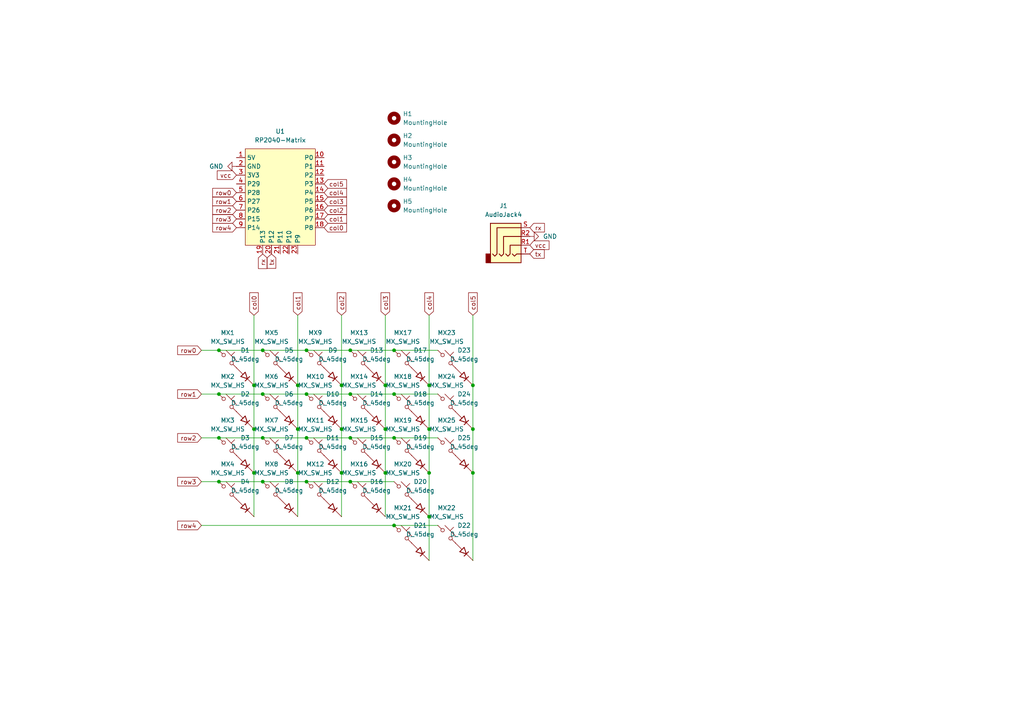
<source format=kicad_sch>
(kicad_sch (version 20231120) (generator "eeschema") (generator_version "8.0")
  (paper "A4")
  (lib_symbols
    (symbol "Connector_Audio:AudioJack4"
      (property "Reference" "J" (at 0 8.89 0))
      (property "Value" "AudioJack4" (at 0 6.35 0))
      (symbol "AudioJack4_0_1"
        (rectangle (start -6.35 -5.08) (end -7.62 -7.62) (stroke (width 0.254)) (fill (type outline)))
        (polyline (pts (xy 0 -5.08) (xy 0.635 -5.715) (xy 1.27 -5.08) (xy 2.54 -5.08)) (stroke (width 0.254)))
        (polyline (pts (xy -5.715 -5.08) (xy -5.08 -5.715) (xy -4.445 -5.08) (xy -4.445 2.54) (xy 2.54 2.54)) (stroke (width 0.254)))
        (polyline (pts (xy -1.905 -5.08) (xy -1.27 -5.715) (xy -0.635 -5.08) (xy -0.635 -2.54) (xy 2.54 -2.54)) (stroke (width 0.254)))
        (polyline (pts (xy 2.54 0) (xy -2.54 0) (xy -2.54 -5.08) (xy -3.175 -5.715) (xy -3.81 -5.08)) (stroke (width 0.254)))
        (rectangle (start 2.54 3.81) (end -6.35 -7.62) (stroke (width 0.254)) (fill (type background)))
      )
      (symbol "AudioJack4_1_1"
        (pin passive line (at 5.08 -2.54 180) (length 2.54) (name "~") (number "R1"))
        (pin passive line (at 5.08 0 180) (length 2.54) (name "~") (number "R2"))
        (pin passive line (at 5.08 2.54 180) (length 2.54) (name "~") (number "S"))
        (pin passive line (at 5.08 -5.08 180) (length 2.54) (name "~") (number "T"))
      )
    )
    (symbol "Device:D_45deg" (pin_numbers hide) (pin_names (offset 0) hide)
      (property "Reference" "D" (at 1.27 2.54 0))
      (property "Value" "D_45deg" (at 1.27 0 0))
      (symbol "D_45deg_0_1"
        (polyline (pts (xy -0.635 0.635) (xy -2.54 2.54)))
        (polyline (pts (xy 0 -1.27) (xy 1.27 0)) (stroke (width 0.254)))
        (polyline (pts (xy 2.54 -2.54) (xy 0.635 -0.635)))
        (polyline (pts (xy -1.27 0) (xy 0 1.27) (xy 0.635 -0.635) (xy -1.27 0)) (stroke (width 0.254)))
      )
      (symbol "D_45deg_1_1"
        (pin passive line (at 2.54 -2.54 180) (length 0) (name "K") (number "1"))
        (pin passive line (at -2.54 2.54 0) (length 0) (name "A") (number "2"))
      )
    )
    (symbol "Mechanical:MountingHole" (pin_names (offset 1.016)) (exclude_from_sim yes) (in_bom no)
      (property "Reference" "H" (at 0 5.08 0))
      (property "Value" "MountingHole" (at 0 3.175 0))
      (symbol "MountingHole_0_1"
        (circle (center 0 0) (radius 1.27) (stroke (width 1.27)))
      )
    )
    (symbol "PCM_marbastlib-mx:MX_SW_HS_CPG151101S11" (pin_numbers hide) (pin_names (offset 1.016) hide)
      (property "Reference" "MX" (at 3.048 1.016 0))
      (property "Value" "MX_SW_HS" (at 0 -3.81 0))
      (symbol "MX_SW_HS_CPG151101S11_0_1"
        (circle (center -1.1684 1.1684) (radius 0.508))
        (polyline (pts (xy -0.508 2.54) (xy 2.54 -0.508)))
        (polyline (pts (xy 1.016 1.016) (xy 2.032 2.032)))
        (polyline (pts (xy -2.54 2.54) (xy -1.524 1.524) (xy -1.524 1.524)))
        (polyline (pts (xy 1.524 -1.524) (xy 2.54 -2.54) (xy 2.54 -2.54) (xy 2.54 -2.54)))
        (circle (center 1.143 -1.1938) (radius 0.508))
        (pin passive line (at -2.54 2.54 0) (length 0) (name "1") (number "1"))
        (pin passive line (at 2.54 -2.54 180) (length 0) (name "2") (number "2"))
      )
    )
    (symbol "PCM_marbastlib-promicroish:RP2040-Matrix" (in_bom no)
      (property "Reference" "U" (at 0 20.574 0))
      (property "Value" "RP2040-Matrix" (at 0 18.034 0))
      (symbol "RP2040-Matrix_0_0"
        (pin bidirectional line (at 12.7 13.97 180) (length 2.54) (name "P0") (number "10"))
        (pin bidirectional line (at 12.7 11.43 180) (length 2.54) (name "P1") (number "11"))
        (pin bidirectional line (at 12.7 8.89 180) (length 2.54) (name "P2") (number "12"))
        (pin power_out line (at 12.7 3.81 180) (length 2.54) (name "P4") (number "14"))
        (pin bidirectional line (at 12.7 1.27 180) (length 2.54) (name "P5") (number "15"))
        (pin bidirectional line (at 12.7 -3.81 180) (length 2.54) (name "P7") (number "17"))
        (pin bidirectional line (at 12.7 -6.35 180) (length 2.54) (name "P8") (number "18"))
        (pin bidirectional line (at -5.08 -13.97 90) (length 2.54) (name "P13") (number "19"))
        (pin bidirectional line (at -2.54 -13.97 90) (length 2.54) (name "P12") (number "20"))
        (pin bidirectional line (at 0 -13.97 90) (length 2.54) (name "P11") (number "21"))
        (pin bidirectional line (at 2.54 -13.97 90) (length 2.54) (name "P10") (number "22"))
        (pin bidirectional line (at 5.08 -13.97 90) (length 2.54) (name "P9") (number "23"))
        (pin bidirectional line (at -12.7 3.81 0) (length 2.54) (name "P28") (number "5"))
        (pin bidirectional line (at -12.7 1.27 0) (length 2.54) (name "P27") (number "6"))
        (pin bidirectional line (at -12.7 -1.27 0) (length 2.54) (name "P26") (number "7"))
        (pin bidirectional line (at -12.7 -3.81 0) (length 2.54) (name "P15") (number "8"))
      )
      (symbol "RP2040-Matrix_1_0"
        (pin power_out line (at -12.7 13.97 0) (length 2.54) (name "5V") (number "1"))
        (pin bidirectional line (at 12.7 6.35 180) (length 2.54) (name "P3") (number "13"))
        (pin power_out line (at 12.7 -1.27 180) (length 2.54) (name "P6") (number "16"))
        (pin power_out line (at -12.7 11.43 0) (length 2.54) (name "GND") (number "2"))
        (pin power_out line (at -12.7 8.89 0) (length 2.54) (name "3V3") (number "3"))
        (pin bidirectional line (at -12.7 6.35 0) (length 2.54) (name "P29") (number "4"))
        (pin bidirectional line (at -12.7 -6.35 0) (length 2.54) (name "P14") (number "9"))
      )
      (symbol "RP2040-Matrix_1_1"
        (rectangle (start -10.16 16.51) (end 10.16 -11.43) (fill (type background)))
      )
    )
    (symbol "power:GND" (power) (pin_numbers hide) (pin_names (offset 0) hide)
      (property "Value" "GND" (at 0 -3.81 0))
      (symbol "GND_0_1"
        (polyline (pts (xy 0 0) (xy 0 -1.27) (xy 1.27 -1.27) (xy 0 -2.54) (xy -1.27 -1.27) (xy 0 -1.27)))
      )
      (symbol "GND_1_1"
        (pin power_in line (at 0 0 270) (length 0) (name "~") (number "1"))
      )
    )
  )
  (junction (at 76.2 114.3))
  (junction (at 137.16 124.46))
  (junction (at 86.36 111.76))
  (junction (at 99.06 137.16))
  (junction (at 114.3 152.4))
  (junction (at 101.6 139.7))
  (junction (at 73.66 111.76))
  (junction (at 124.46 149.86))
  (junction (at 86.36 137.16))
  (junction (at 101.6 114.3))
  (junction (at 114.3 127))
  (junction (at 114.3 101.6))
  (junction (at 124.46 111.76))
  (junction (at 63.5 127))
  (junction (at 73.66 124.46))
  (junction (at 124.46 137.16))
  (junction (at 99.06 111.76))
  (junction (at 114.3 114.3))
  (junction (at 101.6 127))
  (junction (at 86.36 124.46))
  (junction (at 101.6 101.6))
  (junction (at 137.16 111.76))
  (junction (at 76.2 101.6))
  (junction (at 99.06 124.46))
  (junction (at 63.5 114.3))
  (junction (at 88.9 139.7))
  (junction (at 76.2 127))
  (junction (at 137.16 137.16))
  (junction (at 111.76 111.76))
  (junction (at 111.76 124.46))
  (junction (at 111.76 137.16))
  (junction (at 88.9 101.6))
  (junction (at 63.5 101.6))
  (junction (at 88.9 114.3))
  (junction (at 88.9 127))
  (junction (at 73.66 137.16))
  (junction (at 63.5 139.7))
  (junction (at 76.2 139.7))
  (junction (at 124.46 124.46))
  (wire (pts (xy 88.9 127) (xy 101.6 127)))
  (wire (pts (xy 99.06 124.46) (xy 99.06 137.16)))
  (wire (pts (xy 114.3 101.6) (xy 127 101.6)))
  (wire (pts (xy 63.5 101.6) (xy 76.2 101.6)))
  (wire (pts (xy 63.5 139.7) (xy 76.2 139.7)))
  (wire (pts (xy 124.46 137.16) (xy 124.46 149.86)))
  (wire (pts (xy 58.42 127) (xy 63.5 127)))
  (wire (pts (xy 137.16 137.16) (xy 137.16 162.56)))
  (wire (pts (xy 73.66 124.46) (xy 73.66 137.16)))
  (wire (pts (xy 86.36 91.44) (xy 86.36 111.76)))
  (wire (pts (xy 99.06 137.16) (xy 99.06 149.86)))
  (wire (pts (xy 63.5 127) (xy 76.2 127)))
  (wire (pts (xy 88.9 101.6) (xy 101.6 101.6)))
  (wire (pts (xy 114.3 152.4) (xy 127 152.4)))
  (wire (pts (xy 101.6 127) (xy 114.3 127)))
  (wire (pts (xy 137.16 111.76) (xy 137.16 124.46)))
  (wire (pts (xy 114.3 127) (xy 127 127)))
  (wire (pts (xy 99.06 91.44) (xy 99.06 111.76)))
  (wire (pts (xy 76.2 127) (xy 88.9 127)))
  (wire (pts (xy 101.6 101.6) (xy 114.3 101.6)))
  (wire (pts (xy 88.9 114.3) (xy 101.6 114.3)))
  (wire (pts (xy 137.16 124.46) (xy 137.16 137.16)))
  (wire (pts (xy 86.36 137.16) (xy 86.36 149.86)))
  (wire (pts (xy 73.66 91.44) (xy 73.66 111.76)))
  (wire (pts (xy 58.42 139.7) (xy 63.5 139.7)))
  (wire (pts (xy 88.9 139.7) (xy 101.6 139.7)))
  (wire (pts (xy 86.36 124.46) (xy 86.36 137.16)))
  (wire (pts (xy 111.76 124.46) (xy 111.76 137.16)))
  (wire (pts (xy 111.76 111.76) (xy 111.76 124.46)))
  (wire (pts (xy 76.2 139.7) (xy 88.9 139.7)))
  (wire (pts (xy 58.42 152.4) (xy 114.3 152.4)))
  (wire (pts (xy 73.66 111.76) (xy 73.66 124.46)))
  (wire (pts (xy 86.36 111.76) (xy 86.36 124.46)))
  (wire (pts (xy 111.76 137.16) (xy 111.76 149.86)))
  (wire (pts (xy 114.3 114.3) (xy 127 114.3)))
  (wire (pts (xy 124.46 91.44) (xy 124.46 111.76)))
  (wire (pts (xy 99.06 111.76) (xy 99.06 124.46)))
  (wire (pts (xy 101.6 139.7) (xy 114.3 139.7)))
  (wire (pts (xy 124.46 111.76) (xy 124.46 124.46)))
  (wire (pts (xy 76.2 114.3) (xy 88.9 114.3)))
  (wire (pts (xy 124.46 124.46) (xy 124.46 137.16)))
  (wire (pts (xy 101.6 114.3) (xy 114.3 114.3)))
  (wire (pts (xy 63.5 114.3) (xy 76.2 114.3)))
  (wire (pts (xy 76.2 101.6) (xy 88.9 101.6)))
  (wire (pts (xy 111.76 91.44) (xy 111.76 111.76)))
  (wire (pts (xy 73.66 137.16) (xy 73.66 149.86)))
  (wire (pts (xy 137.16 91.44) (xy 137.16 111.76)))
  (wire (pts (xy 58.42 101.6) (xy 63.5 101.6)))
  (wire (pts (xy 124.46 149.86) (xy 124.46 162.56)))
  (wire (pts (xy 58.42 114.3) (xy 63.5 114.3)))
  (global_label "col3" (shape input) (at 111.76 91.44 90) (property "Intersheetrefs" "${INTERSHEET_REFS}" (effects (hide yes))))
  (global_label "row3" (shape input) (at 68.58 63.5 180) (property "Intersheetrefs" "${INTERSHEET_REFS}" (effects (hide yes))))
  (global_label "col5" (shape input) (at 93.98 53.34 0) (property "Intersheetrefs" "${INTERSHEET_REFS}" (effects (hide yes))))
  (global_label "vcc" (shape input) (at 68.58 50.8 180) (property "Intersheetrefs" "${INTERSHEET_REFS}" (effects (hide yes))))
  (global_label "row1" (shape input) (at 58.42 114.3 180) (property "Intersheetrefs" "${INTERSHEET_REFS}" (effects (hide yes))))
  (global_label "col3" (shape input) (at 93.98 58.42 0) (property "Intersheetrefs" "${INTERSHEET_REFS}" (effects (hide yes))))
  (global_label "row1" (shape input) (at 68.58 58.42 180) (property "Intersheetrefs" "${INTERSHEET_REFS}" (effects (hide yes))))
  (global_label "col1" (shape input) (at 86.36 91.44 90) (property "Intersheetrefs" "${INTERSHEET_REFS}" (effects (hide yes))))
  (global_label "row0" (shape input) (at 58.42 101.6 180) (property "Intersheetrefs" "${INTERSHEET_REFS}" (effects (hide yes))))
  (global_label "col2" (shape input) (at 99.06 91.44 90) (property "Intersheetrefs" "${INTERSHEET_REFS}" (effects (hide yes))))
  (global_label "col4" (shape input) (at 93.98 55.88 0) (property "Intersheetrefs" "${INTERSHEET_REFS}" (effects (hide yes))))
  (global_label "row4" (shape input) (at 58.42 152.4 180) (property "Intersheetrefs" "${INTERSHEET_REFS}" (effects (hide yes))))
  (global_label "tx" (shape input) (at 78.74 73.66 270) (property "Intersheetrefs" "${INTERSHEET_REFS}" (effects (hide yes))))
  (global_label "col5" (shape input) (at 137.16 91.44 90) (property "Intersheetrefs" "${INTERSHEET_REFS}" (effects (hide yes))))
  (global_label "row3" (shape input) (at 58.42 139.7 180) (property "Intersheetrefs" "${INTERSHEET_REFS}" (effects (hide yes))))
  (global_label "rx" (shape input) (at 76.2 73.66 270) (property "Intersheetrefs" "${INTERSHEET_REFS}" (effects (hide yes))))
  (global_label "row2" (shape input) (at 58.42 127 180) (property "Intersheetrefs" "${INTERSHEET_REFS}" (effects (hide yes))))
  (global_label "row2" (shape input) (at 68.58 60.96 180) (property "Intersheetrefs" "${INTERSHEET_REFS}" (effects (hide yes))))
  (global_label "col1" (shape input) (at 93.98 63.5 0) (property "Intersheetrefs" "${INTERSHEET_REFS}" (effects (hide yes))))
  (global_label "col0" (shape input) (at 73.66 91.44 90) (property "Intersheetrefs" "${INTERSHEET_REFS}" (effects (hide yes))))
  (global_label "col0" (shape input) (at 93.98 66.04 0) (property "Intersheetrefs" "${INTERSHEET_REFS}" (effects (hide yes))))
  (global_label "vcc" (shape input) (at 153.67 71.12 0) (property "Intersheetrefs" "${INTERSHEET_REFS}" (effects (hide yes))))
  (global_label "rx" (shape input) (at 153.67 66.04 0) (property "Intersheetrefs" "${INTERSHEET_REFS}" (effects (hide yes))))
  (global_label "row0" (shape input) (at 68.58 55.88 180) (property "Intersheetrefs" "${INTERSHEET_REFS}" (effects (hide yes))))
  (global_label "tx" (shape input) (at 153.67 73.66 0) (property "Intersheetrefs" "${INTERSHEET_REFS}" (effects (hide yes))))
  (global_label "col2" (shape input) (at 93.98 60.96 0) (property "Intersheetrefs" "${INTERSHEET_REFS}" (effects (hide yes))))
  (global_label "col4" (shape input) (at 124.46 91.44 90) (property "Intersheetrefs" "${INTERSHEET_REFS}" (effects (hide yes))))
  (global_label "row4" (shape input) (at 68.58 66.04 180) (property "Intersheetrefs" "${INTERSHEET_REFS}" (effects (hide yes))))
  (symbol (lib_id "PCM_marbastlib-mx:MX_SW_HS_CPG151101S11") (at 66.04 116.84 0) (unit 1)
    (property "Reference" "MX2" (at 66.04 109.22 0))
    (property "Value" "MX_SW_HS" (at 66.04 111.76 0))
    (property "Footprint" "PCM_marbastlib-xp-mx:SW_MX_Reversible_1u" (effects (hide yes)))
    (property "Description" "Push button switch, normally open, two pins, 45° tilted, Kailh CPG151101S11 for Cherry MX style switches" (effects (hide yes)))
  )
  (symbol (lib_id "PCM_marbastlib-mx:MX_SW_HS_CPG151101S11") (at 78.74 129.54 0) (unit 1)
    (property "Reference" "MX7" (at 78.74 121.92 0))
    (property "Value" "MX_SW_HS" (at 78.74 124.46 0))
    (property "Footprint" "PCM_marbastlib-xp-mx:SW_MX_Reversible_1u" (effects (hide yes)))
    (property "Description" "Push button switch, normally open, two pins, 45° tilted, Kailh CPG151101S11 for Cherry MX style switches" (effects (hide yes)))
  )
  (symbol (lib_id "Device:D_45deg") (at 109.22 147.32 0) (unit 1)
    (property "Reference" "D16" (at 109.22 139.7 0))
    (property "Value" "D_45deg" (at 109.22 142.24 0))
    (property "Footprint" "kbd:D3_TH_SMD" (effects (hide yes)))
    (property "Description" "Diode, rotated by 45°" (effects (hide yes)))
    (property "Sim.Device" "D" (effects (hide yes)))
    (property "Sim.Pins" "1=K 2=A" (effects (hide yes)))
  )
  (symbol (lib_id "PCM_marbastlib-mx:MX_SW_HS_CPG151101S11") (at 116.84 116.84 0) (unit 1)
    (property "Reference" "MX18" (at 116.84 109.22 0))
    (property "Value" "MX_SW_HS" (at 116.84 111.76 0))
    (property "Footprint" "PCM_marbastlib-xp-mx:SW_MX_Reversible_1u" (effects (hide yes)))
    (property "Description" "Push button switch, normally open, two pins, 45° tilted, Kailh CPG151101S11 for Cherry MX style switches" (effects (hide yes)))
  )
  (symbol (lib_id "Device:D_45deg") (at 71.12 134.62 0) (unit 1)
    (property "Reference" "D3" (at 71.12 127 0))
    (property "Value" "D_45deg" (at 71.12 129.54 0))
    (property "Footprint" "kbd:D3_TH_SMD" (effects (hide yes)))
    (property "Description" "Diode, rotated by 45°" (effects (hide yes)))
    (property "Sim.Device" "D" (effects (hide yes)))
    (property "Sim.Pins" "1=K 2=A" (effects (hide yes)))
  )
  (symbol (lib_id "PCM_marbastlib-mx:MX_SW_HS_CPG151101S11") (at 104.14 104.14 0) (unit 1)
    (property "Reference" "MX13" (at 104.14 96.52 0))
    (property "Value" "MX_SW_HS" (at 104.14 99.06 0))
    (property "Footprint" "PCM_marbastlib-xp-mx:SW_MX_Reversible_1u" (effects (hide yes)))
    (property "Description" "Push button switch, normally open, two pins, 45° tilted, Kailh CPG151101S11 for Cherry MX style switches" (effects (hide yes)))
  )
  (symbol (lib_id "power:GND") (at 68.58 48.26 270) (unit 1)
    (property "Reference" "#PWR01" (effects (hide yes)))
    (property "Value" "GND" (at 64.77 48.2599 90) (effects (justify right)))
    (property "Description" "Power symbol creates a global label with name \"GND\" , ground" (effects (hide yes)))
  )
  (symbol (lib_id "PCM_marbastlib-mx:MX_SW_HS_CPG151101S11") (at 104.14 129.54 0) (unit 1)
    (property "Reference" "MX15" (at 104.14 121.92 0))
    (property "Value" "MX_SW_HS" (at 104.14 124.46 0))
    (property "Footprint" "PCM_marbastlib-xp-mx:SW_MX_Reversible_1u" (effects (hide yes)))
    (property "Description" "Push button switch, normally open, two pins, 45° tilted, Kailh CPG151101S11 for Cherry MX style switches" (effects (hide yes)))
  )
  (symbol (lib_id "Device:D_45deg") (at 96.52 121.92 0) (unit 1)
    (property "Reference" "D10" (at 96.52 114.3 0))
    (property "Value" "D_45deg" (at 96.52 116.84 0))
    (property "Footprint" "kbd:D3_TH_SMD" (effects (hide yes)))
    (property "Description" "Diode, rotated by 45°" (effects (hide yes)))
    (property "Sim.Device" "D" (effects (hide yes)))
    (property "Sim.Pins" "1=K 2=A" (effects (hide yes)))
  )
  (symbol (lib_id "PCM_marbastlib-mx:MX_SW_HS_CPG151101S11") (at 78.74 142.24 0) (unit 1)
    (property "Reference" "MX8" (at 78.74 134.62 0))
    (property "Value" "MX_SW_HS" (at 78.74 137.16 0))
    (property "Footprint" "PCM_marbastlib-xp-mx:SW_MX_Reversible_1u" (effects (hide yes)))
    (property "Description" "Push button switch, normally open, two pins, 45° tilted, Kailh CPG151101S11 for Cherry MX style switches" (effects (hide yes)))
  )
  (symbol (lib_id "PCM_marbastlib-mx:MX_SW_HS_CPG151101S11") (at 104.14 142.24 0) (unit 1)
    (property "Reference" "MX16" (at 104.14 134.62 0))
    (property "Value" "MX_SW_HS" (at 104.14 137.16 0))
    (property "Footprint" "PCM_marbastlib-xp-mx:SW_MX_Reversible_1u" (effects (hide yes)))
    (property "Description" "Push button switch, normally open, two pins, 45° tilted, Kailh CPG151101S11 for Cherry MX style switches" (effects (hide yes)))
  )
  (symbol (lib_id "PCM_marbastlib-mx:MX_SW_HS_CPG151101S11") (at 91.44 129.54 0) (unit 1)
    (property "Reference" "MX11" (at 91.44 121.92 0))
    (property "Value" "MX_SW_HS" (at 91.44 124.46 0))
    (property "Footprint" "PCM_marbastlib-xp-mx:SW_MX_Reversible_1u" (effects (hide yes)))
    (property "Description" "Push button switch, normally open, two pins, 45° tilted, Kailh CPG151101S11 for Cherry MX style switches" (effects (hide yes)))
  )
  (symbol (lib_id "Device:D_45deg") (at 121.92 147.32 0) (unit 1)
    (property "Reference" "D20" (at 121.92 139.7 0))
    (property "Value" "D_45deg" (at 121.92 142.24 0))
    (property "Footprint" "kbd:D3_TH_SMD" (effects (hide yes)))
    (property "Description" "Diode, rotated by 45°" (effects (hide yes)))
    (property "Sim.Device" "D" (effects (hide yes)))
    (property "Sim.Pins" "1=K 2=A" (effects (hide yes)))
  )
  (symbol (lib_id "Device:D_45deg") (at 134.62 160.02 0) (unit 1)
    (property "Reference" "D22" (at 134.62 152.4 0))
    (property "Value" "D_45deg" (at 134.62 154.94 0))
    (property "Footprint" "kbd:D3_TH_SMD" (effects (hide yes)))
    (property "Description" "Diode, rotated by 45°" (effects (hide yes)))
    (property "Sim.Device" "D" (effects (hide yes)))
    (property "Sim.Pins" "1=K 2=A" (effects (hide yes)))
  )
  (symbol (lib_id "PCM_marbastlib-promicroish:RP2040-Matrix") (at 81.28 59.69 0) (unit 1) (in_bom no)
    (property "Reference" "U1" (at 81.28 38.1 0))
    (property "Value" "RP2040-Matrix" (at 81.28 40.64 0))
    (property "Footprint" "PCM_marbastlib-xp-promicroish:RP2040-Matrix_AC" (effects (hide yes)))
    (property "Datasheet" "https://www.waveshare.com/rp2040-matrix.htm" (effects (hide yes)))
    (property "Description" "Symbol for a Waveshare RP2040-Matrix" (effects (hide yes)))
  )
  (symbol (lib_id "PCM_marbastlib-mx:MX_SW_HS_CPG151101S11") (at 129.54 116.84 0) (unit 1)
    (property "Reference" "MX24" (at 129.54 109.22 0))
    (property "Value" "MX_SW_HS" (at 129.54 111.76 0))
    (property "Footprint" "PCM_marbastlib-xp-mx:SW_MX_Reversible_1u" (effects (hide yes)))
    (property "Description" "Push button switch, normally open, two pins, 45° tilted, Kailh CPG151101S11 for Cherry MX style switches" (effects (hide yes)))
  )
  (symbol (lib_id "PCM_marbastlib-mx:MX_SW_HS_CPG151101S11") (at 66.04 129.54 0) (unit 1)
    (property "Reference" "MX3" (at 66.04 121.92 0))
    (property "Value" "MX_SW_HS" (at 66.04 124.46 0))
    (property "Footprint" "PCM_marbastlib-xp-mx:SW_MX_Reversible_1u" (effects (hide yes)))
    (property "Description" "Push button switch, normally open, two pins, 45° tilted, Kailh CPG151101S11 for Cherry MX style switches" (effects (hide yes)))
  )
  (symbol (lib_id "PCM_marbastlib-mx:MX_SW_HS_CPG151101S11") (at 91.44 142.24 0) (unit 1)
    (property "Reference" "MX12" (at 91.44 134.62 0))
    (property "Value" "MX_SW_HS" (at 91.44 137.16 0))
    (property "Footprint" "PCM_marbastlib-xp-mx:SW_MX_Reversible_1u" (effects (hide yes)))
    (property "Description" "Push button switch, normally open, two pins, 45° tilted, Kailh CPG151101S11 for Cherry MX style switches" (effects (hide yes)))
  )
  (symbol (lib_id "PCM_marbastlib-mx:MX_SW_HS_CPG151101S11") (at 66.04 142.24 0) (unit 1)
    (property "Reference" "MX4" (at 66.04 134.62 0))
    (property "Value" "MX_SW_HS" (at 66.04 137.16 0))
    (property "Footprint" "PCM_marbastlib-xp-mx:SW_MX_Reversible_1u" (effects (hide yes)))
    (property "Description" "Push button switch, normally open, two pins, 45° tilted, Kailh CPG151101S11 for Cherry MX style switches" (effects (hide yes)))
  )
  (symbol (lib_id "Device:D_45deg") (at 121.92 160.02 0) (unit 1)
    (property "Reference" "D21" (at 121.92 152.4 0))
    (property "Value" "D_45deg" (at 121.92 154.94 0))
    (property "Footprint" "kbd:D3_TH_SMD" (effects (hide yes)))
    (property "Description" "Diode, rotated by 45°" (effects (hide yes)))
    (property "Sim.Device" "D" (effects (hide yes)))
    (property "Sim.Pins" "1=K 2=A" (effects (hide yes)))
  )
  (symbol (lib_id "PCM_marbastlib-mx:MX_SW_HS_CPG151101S11") (at 129.54 104.14 0) (unit 1)
    (property "Reference" "MX23" (at 129.54 96.52 0))
    (property "Value" "MX_SW_HS" (at 129.54 99.06 0))
    (property "Footprint" "PCM_marbastlib-xp-mx:SW_MX_Reversible_1u" (effects (hide yes)))
    (property "Description" "Push button switch, normally open, two pins, 45° tilted, Kailh CPG151101S11 for Cherry MX style switches" (effects (hide yes)))
  )
  (symbol (lib_id "Device:D_45deg") (at 71.12 147.32 0) (unit 1)
    (property "Reference" "D4" (at 71.12 139.7 0))
    (property "Value" "D_45deg" (at 71.12 142.24 0))
    (property "Footprint" "kbd:D3_TH_SMD" (effects (hide yes)))
    (property "Description" "Diode, rotated by 45°" (effects (hide yes)))
    (property "Sim.Device" "D" (effects (hide yes)))
    (property "Sim.Pins" "1=K 2=A" (effects (hide yes)))
  )
  (symbol (lib_id "PCM_marbastlib-mx:MX_SW_HS_CPG151101S11") (at 116.84 129.54 0) (unit 1)
    (property "Reference" "MX19" (at 116.84 121.92 0))
    (property "Value" "MX_SW_HS" (at 116.84 124.46 0))
    (property "Footprint" "PCM_marbastlib-xp-mx:SW_MX_Reversible_1u" (effects (hide yes)))
    (property "Description" "Push button switch, normally open, two pins, 45° tilted, Kailh CPG151101S11 for Cherry MX style switches" (effects (hide yes)))
  )
  (symbol (lib_id "Device:D_45deg") (at 83.82 121.92 0) (unit 1)
    (property "Reference" "D6" (at 83.82 114.3 0))
    (property "Value" "D_45deg" (at 83.82 116.84 0))
    (property "Footprint" "kbd:D3_TH_SMD" (effects (hide yes)))
    (property "Description" "Diode, rotated by 45°" (effects (hide yes)))
    (property "Sim.Device" "D" (effects (hide yes)))
    (property "Sim.Pins" "1=K 2=A" (effects (hide yes)))
  )
  (symbol (lib_id "Device:D_45deg") (at 83.82 134.62 0) (unit 1)
    (property "Reference" "D7" (at 83.82 127 0))
    (property "Value" "D_45deg" (at 83.82 129.54 0))
    (property "Footprint" "kbd:D3_TH_SMD" (effects (hide yes)))
    (property "Description" "Diode, rotated by 45°" (effects (hide yes)))
    (property "Sim.Device" "D" (effects (hide yes)))
    (property "Sim.Pins" "1=K 2=A" (effects (hide yes)))
  )
  (symbol (lib_id "PCM_marbastlib-mx:MX_SW_HS_CPG151101S11") (at 116.84 142.24 0) (unit 1)
    (property "Reference" "MX20" (at 116.84 134.62 0))
    (property "Value" "MX_SW_HS" (at 116.84 137.16 0))
    (property "Footprint" "PCM_marbastlib-xp-mx:SW_MX_Reversible_1u" (effects (hide yes)))
    (property "Description" "Push button switch, normally open, two pins, 45° tilted, Kailh CPG151101S11 for Cherry MX style switches" (effects (hide yes)))
  )
  (symbol (lib_id "Device:D_45deg") (at 96.52 109.22 0) (unit 1)
    (property "Reference" "D9" (at 96.52 101.6 0))
    (property "Value" "D_45deg" (at 96.52 104.14 0))
    (property "Footprint" "kbd:D3_TH_SMD" (effects (hide yes)))
    (property "Description" "Diode, rotated by 45°" (effects (hide yes)))
    (property "Sim.Device" "D" (effects (hide yes)))
    (property "Sim.Pins" "1=K 2=A" (effects (hide yes)))
  )
  (symbol (lib_id "Mechanical:MountingHole") (at 114.3 59.69 0) (unit 1) (exclude_from_sim yes) (in_bom no)
    (property "Reference" "H5" (at 116.84 58.4199 0) (effects (justify left)))
    (property "Value" "MountingHole" (at 116.84 60.9599 0) (effects (justify left)))
    (property "Footprint" "MountingHole:MountingHole_2.2mm_M2_DIN965_Pad_TopBottom" (effects (hide yes)))
    (property "Description" "Mounting Hole without connection" (effects (hide yes)))
  )
  (symbol (lib_id "Device:D_45deg") (at 134.62 134.62 0) (unit 1)
    (property "Reference" "D25" (at 134.62 127 0))
    (property "Value" "D_45deg" (at 134.62 129.54 0))
    (property "Footprint" "kbd:D3_TH_SMD" (effects (hide yes)))
    (property "Description" "Diode, rotated by 45°" (effects (hide yes)))
    (property "Sim.Device" "D" (effects (hide yes)))
    (property "Sim.Pins" "1=K 2=A" (effects (hide yes)))
  )
  (symbol (lib_id "Mechanical:MountingHole") (at 114.3 46.99 0) (unit 1) (exclude_from_sim yes) (in_bom no)
    (property "Reference" "H3" (at 116.84 45.7199 0) (effects (justify left)))
    (property "Value" "MountingHole" (at 116.84 48.2599 0) (effects (justify left)))
    (property "Footprint" "MountingHole:MountingHole_2.2mm_M2_DIN965_Pad_TopBottom" (effects (hide yes)))
    (property "Description" "Mounting Hole without connection" (effects (hide yes)))
  )
  (symbol (lib_id "Device:D_45deg") (at 109.22 134.62 0) (unit 1)
    (property "Reference" "D15" (at 109.22 127 0))
    (property "Value" "D_45deg" (at 109.22 129.54 0))
    (property "Footprint" "kbd:D3_TH_SMD" (effects (hide yes)))
    (property "Description" "Diode, rotated by 45°" (effects (hide yes)))
    (property "Sim.Device" "D" (effects (hide yes)))
    (property "Sim.Pins" "1=K 2=A" (effects (hide yes)))
  )
  (symbol (lib_id "Device:D_45deg") (at 96.52 134.62 0) (unit 1)
    (property "Reference" "D11" (at 96.52 127 0))
    (property "Value" "D_45deg" (at 96.52 129.54 0))
    (property "Footprint" "kbd:D3_TH_SMD" (effects (hide yes)))
    (property "Description" "Diode, rotated by 45°" (effects (hide yes)))
    (property "Sim.Device" "D" (effects (hide yes)))
    (property "Sim.Pins" "1=K 2=A" (effects (hide yes)))
  )
  (symbol (lib_id "PCM_marbastlib-mx:MX_SW_HS_CPG151101S11") (at 129.54 129.54 0) (unit 1)
    (property "Reference" "MX25" (at 129.54 121.92 0))
    (property "Value" "MX_SW_HS" (at 129.54 124.46 0))
    (property "Footprint" "PCM_marbastlib-xp-mx:SW_MX_Reversible_1u" (effects (hide yes)))
    (property "Description" "Push button switch, normally open, two pins, 45° tilted, Kailh CPG151101S11 for Cherry MX style switches" (effects (hide yes)))
  )
  (symbol (lib_id "PCM_marbastlib-mx:MX_SW_HS_CPG151101S11") (at 91.44 104.14 0) (unit 1)
    (property "Reference" "MX9" (at 91.44 96.52 0))
    (property "Value" "MX_SW_HS" (at 91.44 99.06 0))
    (property "Footprint" "PCM_marbastlib-xp-mx:SW_MX_Reversible_1u" (effects (hide yes)))
    (property "Description" "Push button switch, normally open, two pins, 45° tilted, Kailh CPG151101S11 for Cherry MX style switches" (effects (hide yes)))
  )
  (symbol (lib_id "PCM_marbastlib-mx:MX_SW_HS_CPG151101S11") (at 91.44 116.84 0) (unit 1)
    (property "Reference" "MX10" (at 91.44 109.22 0))
    (property "Value" "MX_SW_HS" (at 91.44 111.76 0))
    (property "Footprint" "PCM_marbastlib-xp-mx:SW_MX_Reversible_1u" (effects (hide yes)))
    (property "Description" "Push button switch, normally open, two pins, 45° tilted, Kailh CPG151101S11 for Cherry MX style switches" (effects (hide yes)))
  )
  (symbol (lib_id "Mechanical:MountingHole") (at 114.3 53.34 0) (unit 1) (exclude_from_sim yes) (in_bom no)
    (property "Reference" "H4" (at 116.84 52.0699 0) (effects (justify left)))
    (property "Value" "MountingHole" (at 116.84 54.6099 0) (effects (justify left)))
    (property "Footprint" "MountingHole:MountingHole_2.2mm_M2_DIN965_Pad_TopBottom" (effects (hide yes)))
    (property "Description" "Mounting Hole without connection" (effects (hide yes)))
  )
  (symbol (lib_id "PCM_marbastlib-mx:MX_SW_HS_CPG151101S11") (at 116.84 154.94 0) (unit 1)
    (property "Reference" "MX21" (at 116.84 147.32 0))
    (property "Value" "MX_SW_HS" (at 116.84 149.86 0))
    (property "Footprint" "PCM_marbastlib-xp-mx:SW_MX_Reversible_1u" (effects (hide yes)))
    (property "Description" "Push button switch, normally open, two pins, 45° tilted, Kailh CPG151101S11 for Cherry MX style switches" (effects (hide yes)))
  )
  (symbol (lib_id "Device:D_45deg") (at 121.92 121.92 0) (unit 1)
    (property "Reference" "D18" (at 121.92 114.3 0))
    (property "Value" "D_45deg" (at 121.92 116.84 0))
    (property "Footprint" "kbd:D3_TH_SMD" (effects (hide yes)))
    (property "Description" "Diode, rotated by 45°" (effects (hide yes)))
    (property "Sim.Device" "D" (effects (hide yes)))
    (property "Sim.Pins" "1=K 2=A" (effects (hide yes)))
  )
  (symbol (lib_id "Device:D_45deg") (at 71.12 109.22 0) (unit 1)
    (property "Reference" "D1" (at 71.12 101.6 0))
    (property "Value" "D_45deg" (at 71.12 104.14 0))
    (property "Footprint" "kbd:D3_TH_SMD" (effects (hide yes)))
    (property "Description" "Diode, rotated by 45°" (effects (hide yes)))
    (property "Sim.Device" "D" (effects (hide yes)))
    (property "Sim.Pins" "1=K 2=A" (effects (hide yes)))
  )
  (symbol (lib_id "Device:D_45deg") (at 121.92 109.22 0) (unit 1)
    (property "Reference" "D17" (at 121.92 101.6 0))
    (property "Value" "D_45deg" (at 121.92 104.14 0))
    (property "Footprint" "kbd:D3_TH_SMD" (effects (hide yes)))
    (property "Description" "Diode, rotated by 45°" (effects (hide yes)))
    (property "Sim.Device" "D" (effects (hide yes)))
    (property "Sim.Pins" "1=K 2=A" (effects (hide yes)))
  )
  (symbol (lib_id "Connector_Audio:AudioJack4") (at 148.59 68.58 0) (unit 1)
    (property "Reference" "J1" (at 146.05 59.69 0))
    (property "Value" "AudioJack4" (at 146.05 62.23 0))
    (property "Footprint" "PCM_marbastlib-xp-various:CON_MJ-4PP-9_Reversible" (effects (hide yes)))
    (property "Description" "Audio Jack, 4 Poles (TRRS)" (effects (hide yes)))
  )
  (symbol (lib_id "Device:D_45deg") (at 83.82 109.22 0) (unit 1)
    (property "Reference" "D5" (at 83.82 101.6 0))
    (property "Value" "D_45deg" (at 83.82 104.14 0))
    (property "Footprint" "kbd:D3_TH_SMD" (effects (hide yes)))
    (property "Description" "Diode, rotated by 45°" (effects (hide yes)))
    (property "Sim.Device" "D" (effects (hide yes)))
    (property "Sim.Pins" "1=K 2=A" (effects (hide yes)))
  )
  (symbol (lib_id "Device:D_45deg") (at 96.52 147.32 0) (unit 1)
    (property "Reference" "D12" (at 96.52 139.7 0))
    (property "Value" "D_45deg" (at 96.52 142.24 0))
    (property "Footprint" "kbd:D3_TH_SMD" (effects (hide yes)))
    (property "Description" "Diode, rotated by 45°" (effects (hide yes)))
    (property "Sim.Device" "D" (effects (hide yes)))
    (property "Sim.Pins" "1=K 2=A" (effects (hide yes)))
  )
  (symbol (lib_id "PCM_marbastlib-mx:MX_SW_HS_CPG151101S11") (at 104.14 116.84 0) (unit 1)
    (property "Reference" "MX14" (at 104.14 109.22 0))
    (property "Value" "MX_SW_HS" (at 104.14 111.76 0))
    (property "Footprint" "PCM_marbastlib-xp-mx:SW_MX_Reversible_1u" (effects (hide yes)))
    (property "Description" "Push button switch, normally open, two pins, 45° tilted, Kailh CPG151101S11 for Cherry MX style switches" (effects (hide yes)))
  )
  (symbol (lib_id "Mechanical:MountingHole") (at 114.3 40.64 0) (unit 1) (exclude_from_sim yes) (in_bom no)
    (property "Reference" "H2" (at 116.84 39.3699 0) (effects (justify left)))
    (property "Value" "MountingHole" (at 116.84 41.9099 0) (effects (justify left)))
    (property "Footprint" "MountingHole:MountingHole_2.2mm_M2_DIN965_Pad_TopBottom" (effects (hide yes)))
    (property "Description" "Mounting Hole without connection" (effects (hide yes)))
  )
  (symbol (lib_id "Device:D_45deg") (at 71.12 121.92 0) (unit 1)
    (property "Reference" "D2" (at 71.12 114.3 0))
    (property "Value" "D_45deg" (at 71.12 116.84 0))
    (property "Footprint" "kbd:D3_TH_SMD" (effects (hide yes)))
    (property "Description" "Diode, rotated by 45°" (effects (hide yes)))
    (property "Sim.Device" "D" (effects (hide yes)))
    (property "Sim.Pins" "1=K 2=A" (effects (hide yes)))
  )
  (symbol (lib_id "Mechanical:MountingHole") (at 114.3 34.29 0) (unit 1) (exclude_from_sim yes) (in_bom no)
    (property "Reference" "H1" (at 116.84 33.0199 0) (effects (justify left)))
    (property "Value" "MountingHole" (at 116.84 35.5599 0) (effects (justify left)))
    (property "Footprint" "MountingHole:MountingHole_2.2mm_M2_DIN965_Pad_TopBottom" (effects (hide yes)))
    (property "Description" "Mounting Hole without connection" (effects (hide yes)))
  )
  (symbol (lib_id "PCM_marbastlib-mx:MX_SW_HS_CPG151101S11") (at 66.04 104.14 0) (unit 1)
    (property "Reference" "MX1" (at 66.04 96.52 0))
    (property "Value" "MX_SW_HS" (at 66.04 99.06 0))
    (property "Footprint" "PCM_marbastlib-xp-mx:SW_MX_Reversible_1u" (effects (hide yes)))
    (property "Description" "Push button switch, normally open, two pins, 45° tilted, Kailh CPG151101S11 for Cherry MX style switches" (effects (hide yes)))
  )
  (symbol (lib_id "Device:D_45deg") (at 121.92 134.62 0) (unit 1)
    (property "Reference" "D19" (at 121.92 127 0))
    (property "Value" "D_45deg" (at 121.92 129.54 0))
    (property "Footprint" "kbd:D3_TH_SMD" (effects (hide yes)))
    (property "Description" "Diode, rotated by 45°" (effects (hide yes)))
    (property "Sim.Device" "D" (effects (hide yes)))
    (property "Sim.Pins" "1=K 2=A" (effects (hide yes)))
  )
  (symbol (lib_id "PCM_marbastlib-mx:MX_SW_HS_CPG151101S11") (at 116.84 104.14 0) (unit 1)
    (property "Reference" "MX17" (at 116.84 96.52 0))
    (property "Value" "MX_SW_HS" (at 116.84 99.06 0))
    (property "Footprint" "PCM_marbastlib-xp-mx:SW_MX_Reversible_1u" (effects (hide yes)))
    (property "Description" "Push button switch, normally open, two pins, 45° tilted, Kailh CPG151101S11 for Cherry MX style switches" (effects (hide yes)))
  )
  (symbol (lib_id "Device:D_45deg") (at 83.82 147.32 0) (unit 1)
    (property "Reference" "D8" (at 83.82 139.7 0))
    (property "Value" "D_45deg" (at 83.82 142.24 0))
    (property "Footprint" "kbd:D3_TH_SMD" (effects (hide yes)))
    (property "Description" "Diode, rotated by 45°" (effects (hide yes)))
    (property "Sim.Device" "D" (effects (hide yes)))
    (property "Sim.Pins" "1=K 2=A" (effects (hide yes)))
  )
  (symbol (lib_id "Device:D_45deg") (at 109.22 121.92 0) (unit 1)
    (property "Reference" "D14" (at 109.22 114.3 0))
    (property "Value" "D_45deg" (at 109.22 116.84 0))
    (property "Footprint" "kbd:D3_TH_SMD" (effects (hide yes)))
    (property "Description" "Diode, rotated by 45°" (effects (hide yes)))
    (property "Sim.Device" "D" (effects (hide yes)))
    (property "Sim.Pins" "1=K 2=A" (effects (hide yes)))
  )
  (symbol (lib_id "power:GND") (at 153.67 68.58 90) (unit 1)
    (property "Reference" "#PWR02" (effects (hide yes)))
    (property "Value" "GND" (at 157.48 68.5799 90) (effects (justify right)))
    (property "Description" "Power symbol creates a global label with name \"GND\" , ground" (effects (hide yes)))
  )
  (symbol (lib_id "PCM_marbastlib-mx:MX_SW_HS_CPG151101S11") (at 129.54 154.94 0) (unit 1)
    (property "Reference" "MX22" (at 129.54 147.32 0))
    (property "Value" "MX_SW_HS" (at 129.54 149.86 0))
    (property "Footprint" "PCM_marbastlib-xp-mx:SW_MX_Reversible_1u" (effects (hide yes)))
    (property "Description" "Push button switch, normally open, two pins, 45° tilted, Kailh CPG151101S11 for Cherry MX style switches" (effects (hide yes)))
  )
  (symbol (lib_id "Device:D_45deg") (at 134.62 109.22 0) (unit 1)
    (property "Reference" "D23" (at 134.62 101.6 0))
    (property "Value" "D_45deg" (at 134.62 104.14 0))
    (property "Footprint" "kbd:D3_TH_SMD" (effects (hide yes)))
    (property "Description" "Diode, rotated by 45°" (effects (hide yes)))
    (property "Sim.Device" "D" (effects (hide yes)))
    (property "Sim.Pins" "1=K 2=A" (effects (hide yes)))
  )
  (symbol (lib_id "Device:D_45deg") (at 134.62 121.92 0) (unit 1)
    (property "Reference" "D24" (at 134.62 114.3 0))
    (property "Value" "D_45deg" (at 134.62 116.84 0))
    (property "Footprint" "kbd:D3_TH_SMD" (effects (hide yes)))
    (property "Description" "Diode, rotated by 45°" (effects (hide yes)))
    (property "Sim.Device" "D" (effects (hide yes)))
    (property "Sim.Pins" "1=K 2=A" (effects (hide yes)))
  )
  (symbol (lib_id "PCM_marbastlib-mx:MX_SW_HS_CPG151101S11") (at 78.74 116.84 0) (unit 1)
    (property "Reference" "MX6" (at 78.74 109.22 0))
    (property "Value" "MX_SW_HS" (at 78.74 111.76 0))
    (property "Footprint" "PCM_marbastlib-xp-mx:SW_MX_Reversible_1u" (effects (hide yes)))
    (property "Description" "Push button switch, normally open, two pins, 45° tilted, Kailh CPG151101S11 for Cherry MX style switches" (effects (hide yes)))
  )
  (symbol (lib_id "Device:D_45deg") (at 109.22 109.22 0) (unit 1)
    (property "Reference" "D13" (at 109.22 101.6 0))
    (property "Value" "D_45deg" (at 109.22 104.14 0))
    (property "Footprint" "kbd:D3_TH_SMD" (effects (hide yes)))
    (property "Description" "Diode, rotated by 45°" (effects (hide yes)))
    (property "Sim.Device" "D" (effects (hide yes)))
    (property "Sim.Pins" "1=K 2=A" (effects (hide yes)))
  )
  (symbol (lib_id "PCM_marbastlib-mx:MX_SW_HS_CPG151101S11") (at 78.74 104.14 0) (unit 1)
    (property "Reference" "MX5" (at 78.74 96.52 0))
    (property "Value" "MX_SW_HS" (at 78.74 99.06 0))
    (property "Footprint" "PCM_marbastlib-xp-mx:SW_MX_Reversible_1u" (effects (hide yes)))
    (property "Description" "Push button switch, normally open, two pins, 45° tilted, Kailh CPG151101S11 for Cherry MX style switches" (effects (hide yes)))
  )
)
</source>
